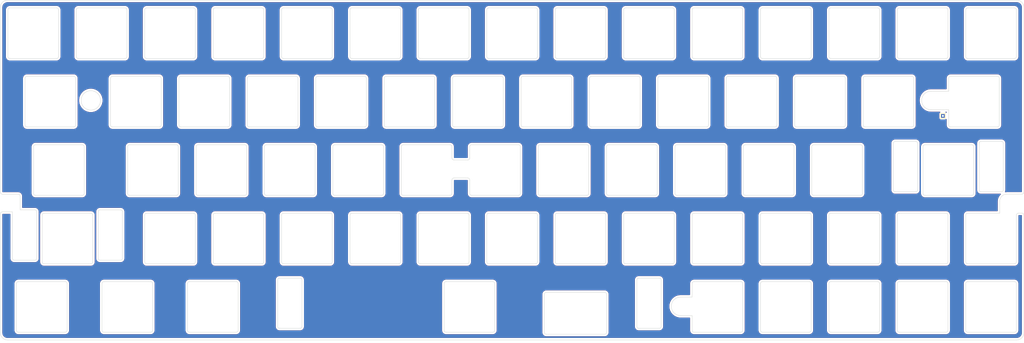
<source format=kicad_pcb>
(kicad_pcb (version 20171130) (host pcbnew 5.1.8)
  (layers (0 F.Cu signal) (31 B.Cu signal) (34 B.Paste user) (35 F.Paste user) (36 B.SilkS user) (37 F.SilkS user) (38 B.Mask user) (39 F.Mask user) (44 Edge.Cuts user))
  (net 0 "")
  (module TestPoint:TestPoint_THTPad_1.0x1.0mm_Drill0.5mm (layer F.Cu) (at 324.73 96.84)
    (fp_text reference REF** hide)
    (fp_text value TestPoint_THTPad_1.0x1.0mm_Drill0.5mm hide)
    (pad 1 thru_hole rect (at 0 0) (size 1 1) (drill 0.5) (layers *.Cu *.Mask))
  )
  (gr_arc (start 214.32 157.09) (end 214.32 157.64) (angle 90) (layer Edge.Cuts) (width 0.1))
  (gr_arc (start 214.32 146.52) (end 213.77 146.52) (angle 90) (layer Edge.Cuts) (width 0.1))
  (gr_arc (start 230.55 146.52) (end 230.55 145.97) (angle 90) (layer Edge.Cuts) (width 0.1))
  (gr_arc (start 230.55 157.09) (end 231.1 157.09) (angle 90) (layer Edge.Cuts) (width 0.1))
  (gr_line (start 213.77 157.09) (end 213.77 146.52) (layer Edge.Cuts) (width 0.1))
  (gr_line (start 230.55 157.64) (end 214.32 157.64) (layer Edge.Cuts) (width 0.1))
  (gr_line (start 231.1 146.52) (end 231.1 157.09) (layer Edge.Cuts) (width 0.1))
  (gr_line (start 214.32 145.97) (end 230.55 145.97) (layer Edge.Cuts) (width 0.1))
  (gr_arc (start 342.56 120.61) (end 342.56 118.609976) (angle -90) (layer Edge.Cuts) (width 0.1))
  (gr_line (start 346.74 123.91) (end 345.75 123.91) (layer Edge.Cuts) (width 0.1))
  (gr_line (start 326.3375 99.37) (end 326.3375 95.12) (layer Edge.Cuts) (width 0.1))
  (gr_line (start 321.4 95.120019) (end 326.3375 95.12) (layer Edge.Cuts) (width 0.1))
  (gr_arc (start 321.4 92.54) (end 321.4 89.959981) (angle -180) (layer Edge.Cuts) (width 0.1))
  (gr_line (start 321.4 89.959981) (end 326.3375 89.96) (layer Edge.Cuts) (width 0.1))
  (gr_arc (start 192.44 108.57) (end 192.99 108.57) (angle 90) (layer Edge.Cuts) (width 0.1))
  (gr_arc (start 192.4375 114.67) (end 192.4375 114.12) (angle 90) (layer Edge.Cuts) (width 0.1))
  (gr_line (start 254.9 143.52) (end 254.9 147.28) (layer Edge.Cuts) (width 0.1))
  (gr_arc (start 251.7 149.86) (end 251.7 147.279981) (angle -180) (layer Edge.Cuts) (width 0.1))
  (gr_line (start 251.7 152.440019) (end 254.9 152.44) (layer Edge.Cuts) (width 0.1))
  (gr_line (start 251.7 147.279981) (end 254.9 147.28) (layer Edge.Cuts) (width 0.1))
  (gr_line (start 340.559976 120.61) (end 340.56 123.92) (layer Edge.Cuts) (width 0.1))
  (gr_arc (start 188.59 114.6725) (end 188.04 114.6725) (angle 90) (layer Edge.Cuts) (width 0.1))
  (gr_arc (start 188.5925 108.57) (end 188.5925 109.12) (angle 90) (layer Edge.Cuts) (width 0.1))
  (gr_line (start 192.9875 114.67) (end 192.9875 118.42) (layer Edge.Cuts) (width 0.1))
  (gr_line (start 188.0375 114.67) (end 188.0375 118.42) (layer Edge.Cuts) (width 0.1))
  (gr_line (start 192.4375 114.12) (end 188.59 114.12) (layer Edge.Cuts) (width 0.1))
  (gr_line (start 192.44 109.12) (end 188.5925 109.12) (layer Edge.Cuts) (width 0.1))
  (gr_arc (start 346.74 124.46) (end 346.74 123.91) (angle 90) (layer Edge.Cuts) (width 0.1))
  (gr_arc (start 346.74 118.06) (end 347.29 118.06) (angle 90) (layer Edge.Cuts) (width 0.1))
  (gr_line (start 342.56 118.609976) (end 346.74 118.61) (layer Edge.Cuts) (width 0.1))
  (gr_circle (center 87.4893 92.5208) (end 90.1893 92.5208) (layer Edge.Cuts) (width 0.1))
  (gr_arc (start 67.25 119.175) (end 67.25 118.625) (angle 90) (layer Edge.Cuts) (width 0.1))
  (gr_arc (start 62.84 124.12) (end 62.29 124.12) (angle 90) (layer Edge.Cuts) (width 0.1))
  (gr_arc (start 62.84 118.075) (end 62.84 118.625) (angle 90) (layer Edge.Cuts) (width 0.1))
  (gr_line (start 65.66575 123.57) (end 62.84 123.57) (layer Edge.Cuts) (width 0.1))
  (gr_line (start 67.8 119.175) (end 67.8 123) (layer Edge.Cuts) (width 0.1))
  (gr_line (start 62.84 118.625) (end 67.25 118.625) (layer Edge.Cuts) (width 0.1))
  (gr_line (start 246.28331 155.49468) (end 246.28331 142.49468) (layer Edge.Cuts) (width 0.1))
  (gr_line (start 245.78331 141.99468) (end 240.03331 141.99468) (layer Edge.Cuts) (width 0.1))
  (gr_arc (start 245.78331 142.49468) (end 246.28331 142.49468) (angle -90) (layer Edge.Cuts) (width 0.1))
  (gr_line (start 145.78331 155.99468) (end 140.03331 155.99468) (layer Edge.Cuts) (width 0.1))
  (gr_line (start 139.53331 155.49468) (end 139.53331 142.49468) (layer Edge.Cuts) (width 0.1))
  (gr_arc (start 145.78331 142.49468) (end 146.28331 142.49468) (angle -90) (layer Edge.Cuts) (width 0.1))
  (gr_arc (start 140.03331 142.49468) (end 140.03331 141.99468) (angle -90) (layer Edge.Cuts) (width 0.1))
  (gr_arc (start 145.78331 155.49468) (end 145.78331 155.99468) (angle -90) (layer Edge.Cuts) (width 0.1))
  (gr_arc (start 140.03331 155.49468) (end 139.53331 155.49468) (angle -90) (layer Edge.Cuts) (width 0.1))
  (gr_line (start 245.78331 155.99468) (end 240.03331 155.99468) (layer Edge.Cuts) (width 0.1))
  (gr_arc (start 240.03331 142.49468) (end 240.03331 141.99468) (angle -90) (layer Edge.Cuts) (width 0.1))
  (gr_line (start 146.28331 155.49468) (end 146.28331 142.49468) (layer Edge.Cuts) (width 0.1))
  (gr_line (start 239.53331 155.49468) (end 239.53331 142.49468) (layer Edge.Cuts) (width 0.1))
  (gr_arc (start 245.78331 155.49468) (end 245.78331 155.99468) (angle -90) (layer Edge.Cuts) (width 0.1))
  (gr_line (start 145.78331 141.99468) (end 140.03331 141.99468) (layer Edge.Cuts) (width 0.1))
  (gr_arc (start 240.03331 155.49468) (end 239.53331 155.49468) (angle -90) (layer Edge.Cuts) (width 0.1))
  (gr_arc (start 341.06675 117.455) (end 341.06675 117.955) (angle -90) (layer Edge.Cuts) (width 0.1))
  (gr_arc (start 341.06675 104.455) (end 341.56675 104.455) (angle -90) (layer Edge.Cuts) (width 0.1))
  (gr_line (start 317.69075 117.455) (end 317.69075 104.455) (layer Edge.Cuts) (width 0.1))
  (gr_arc (start 335.31675 104.455) (end 335.31675 103.955) (angle -90) (layer Edge.Cuts) (width 0.1))
  (gr_line (start 341.56675 117.455) (end 341.56675 104.455) (layer Edge.Cuts) (width 0.1))
  (gr_line (start 334.81675 117.455) (end 334.81675 104.455) (layer Edge.Cuts) (width 0.1))
  (gr_arc (start 317.19075 117.455) (end 317.19075 117.955) (angle -90) (layer Edge.Cuts) (width 0.1))
  (gr_arc (start 311.44075 117.455) (end 310.94075 117.455) (angle -90) (layer Edge.Cuts) (width 0.1))
  (gr_arc (start 311.44075 104.455) (end 311.44075 103.955) (angle -90) (layer Edge.Cuts) (width 0.1))
  (gr_line (start 317.19075 117.955) (end 311.44075 117.955) (layer Edge.Cuts) (width 0.1))
  (gr_line (start 341.06675 103.955) (end 335.31675 103.955) (layer Edge.Cuts) (width 0.1))
  (gr_line (start 341.06675 117.955) (end 335.31675 117.955) (layer Edge.Cuts) (width 0.1))
  (gr_arc (start 335.31675 117.455) (end 334.81675 117.455) (angle -90) (layer Edge.Cuts) (width 0.1))
  (gr_line (start 317.19075 103.955) (end 311.44075 103.955) (layer Edge.Cuts) (width 0.1))
  (gr_arc (start 317.19075 104.455) (end 317.69075 104.455) (angle -90) (layer Edge.Cuts) (width 0.1))
  (gr_line (start 310.94075 117.455) (end 310.94075 104.455) (layer Edge.Cuts) (width 0.1))
  (gr_line (start 65.66575 136.505) (end 65.66575 123.57) (layer Edge.Cuts) (width 0.1))
  (gr_arc (start 95.79175 136.505) (end 95.79175 137.005) (angle -90) (layer Edge.Cuts) (width 0.1))
  (gr_arc (start 90.04175 123.505) (end 90.04175 123.005) (angle -90) (layer Edge.Cuts) (width 0.1))
  (gr_line (start 96.29175 136.505) (end 96.29175 123.505) (layer Edge.Cuts) (width 0.1))
  (gr_line (start 89.54175 136.505) (end 89.54175 123.505) (layer Edge.Cuts) (width 0.1))
  (gr_arc (start 71.91575 136.505) (end 71.91575 137.005) (angle -90) (layer Edge.Cuts) (width 0.1))
  (gr_line (start 95.79175 123.005) (end 90.04175 123.005) (layer Edge.Cuts) (width 0.1))
  (gr_line (start 95.79175 137.005) (end 90.04175 137.005) (layer Edge.Cuts) (width 0.1))
  (gr_arc (start 90.04175 136.505) (end 89.54175 136.505) (angle -90) (layer Edge.Cuts) (width 0.1))
  (gr_line (start 71.91575 123.005) (end 67.8 123.005) (layer Edge.Cuts) (width 0.1))
  (gr_arc (start 71.91575 123.505) (end 72.41575 123.505) (angle -90) (layer Edge.Cuts) (width 0.1))
  (gr_arc (start 66.16575 136.505) (end 65.66575 136.505) (angle -90) (layer Edge.Cuts) (width 0.1))
  (gr_line (start 72.41575 136.505) (end 72.41575 123.505) (layer Edge.Cuts) (width 0.1))
  (gr_arc (start 95.79175 123.505) (end 96.29175 123.505) (angle -90) (layer Edge.Cuts) (width 0.1))
  (gr_line (start 71.91575 137.005) (end 66.16575 137.005) (layer Edge.Cuts) (width 0.1))
  (gr_arc (start 64.95 80.32) (end 64.95 80.87) (angle 90) (layer Edge.Cuts) (width 0.1))
  (gr_arc (start 77.95 80.32) (end 78.5 80.32) (angle 90) (layer Edge.Cuts) (width 0.1))
  (gr_arc (start 77.95 67.32) (end 77.95 66.77) (angle 90) (layer Edge.Cuts) (width 0.1))
  (gr_arc (start 64.95 67.32) (end 64.4 67.32) (angle 90) (layer Edge.Cuts) (width 0.1))
  (gr_line (start 78.5 67.32) (end 78.5 80.32) (layer Edge.Cuts) (width 0.1))
  (gr_line (start 64.4 67.32) (end 64.4 80.32) (layer Edge.Cuts) (width 0.1))
  (gr_line (start 64.95 80.87) (end 77.95 80.87) (layer Edge.Cuts) (width 0.1))
  (gr_line (start 64.95 66.77) (end 77.95 66.77) (layer Edge.Cuts) (width 0.1))
  (gr_arc (start 84 80.32) (end 84 80.87) (angle 90) (layer Edge.Cuts) (width 0.1))
  (gr_arc (start 97 80.32) (end 97.55 80.32) (angle 90) (layer Edge.Cuts) (width 0.1))
  (gr_arc (start 97 67.32) (end 97 66.77) (angle 90) (layer Edge.Cuts) (width 0.1))
  (gr_arc (start 84 67.32) (end 83.45 67.32) (angle 90) (layer Edge.Cuts) (width 0.1))
  (gr_line (start 97.55 67.32) (end 97.55 80.32) (layer Edge.Cuts) (width 0.1))
  (gr_line (start 83.45 67.32) (end 83.45 80.32) (layer Edge.Cuts) (width 0.1))
  (gr_line (start 84 80.87) (end 97 80.87) (layer Edge.Cuts) (width 0.1))
  (gr_line (start 84 66.77) (end 97 66.77) (layer Edge.Cuts) (width 0.1))
  (gr_arc (start 103.05 80.32) (end 103.05 80.87) (angle 90) (layer Edge.Cuts) (width 0.1))
  (gr_arc (start 116.05 80.32) (end 116.6 80.32) (angle 90) (layer Edge.Cuts) (width 0.1))
  (gr_arc (start 116.05 67.32) (end 116.05 66.77) (angle 90) (layer Edge.Cuts) (width 0.1))
  (gr_arc (start 103.05 67.32) (end 102.5 67.32) (angle 90) (layer Edge.Cuts) (width 0.1))
  (gr_line (start 116.6 67.32) (end 116.6 80.32) (layer Edge.Cuts) (width 0.1))
  (gr_line (start 102.5 67.32) (end 102.5 80.32) (layer Edge.Cuts) (width 0.1))
  (gr_line (start 103.05 80.87) (end 116.05 80.87) (layer Edge.Cuts) (width 0.1))
  (gr_line (start 103.05 66.77) (end 116.05 66.77) (layer Edge.Cuts) (width 0.1))
  (gr_arc (start 122.1 80.32) (end 122.1 80.87) (angle 90) (layer Edge.Cuts) (width 0.1))
  (gr_arc (start 135.1 80.32) (end 135.65 80.32) (angle 90) (layer Edge.Cuts) (width 0.1))
  (gr_arc (start 135.1 67.32) (end 135.1 66.77) (angle 90) (layer Edge.Cuts) (width 0.1))
  (gr_arc (start 122.1 67.32) (end 121.55 67.32) (angle 90) (layer Edge.Cuts) (width 0.1))
  (gr_line (start 135.65 67.32) (end 135.65 80.32) (layer Edge.Cuts) (width 0.1))
  (gr_line (start 121.55 67.32) (end 121.55 80.32) (layer Edge.Cuts) (width 0.1))
  (gr_line (start 122.1 80.87) (end 135.1 80.87) (layer Edge.Cuts) (width 0.1))
  (gr_line (start 122.1 66.77) (end 135.1 66.77) (layer Edge.Cuts) (width 0.1))
  (gr_arc (start 141.15 80.32) (end 141.15 80.87) (angle 90) (layer Edge.Cuts) (width 0.1))
  (gr_arc (start 154.15 80.32) (end 154.7 80.32) (angle 90) (layer Edge.Cuts) (width 0.1))
  (gr_arc (start 154.15 67.32) (end 154.15 66.77) (angle 90) (layer Edge.Cuts) (width 0.1))
  (gr_arc (start 141.15 67.32) (end 140.6 67.32) (angle 90) (layer Edge.Cuts) (width 0.1))
  (gr_line (start 154.7 67.32) (end 154.7 80.32) (layer Edge.Cuts) (width 0.1))
  (gr_line (start 140.6 67.32) (end 140.6 80.32) (layer Edge.Cuts) (width 0.1))
  (gr_line (start 141.15 80.87) (end 154.15 80.87) (layer Edge.Cuts) (width 0.1))
  (gr_line (start 141.15 66.77) (end 154.15 66.77) (layer Edge.Cuts) (width 0.1))
  (gr_arc (start 160.2 80.32) (end 160.2 80.87) (angle 90) (layer Edge.Cuts) (width 0.1))
  (gr_arc (start 173.2 80.32) (end 173.75 80.32) (angle 90) (layer Edge.Cuts) (width 0.1))
  (gr_arc (start 173.2 67.32) (end 173.2 66.77) (angle 90) (layer Edge.Cuts) (width 0.1))
  (gr_arc (start 160.2 67.32) (end 159.65 67.32) (angle 90) (layer Edge.Cuts) (width 0.1))
  (gr_line (start 173.75 67.32) (end 173.75 80.32) (layer Edge.Cuts) (width 0.1))
  (gr_line (start 159.65 67.32) (end 159.65 80.32) (layer Edge.Cuts) (width 0.1))
  (gr_line (start 160.2 80.87) (end 173.2 80.87) (layer Edge.Cuts) (width 0.1))
  (gr_line (start 160.2 66.77) (end 173.2 66.77) (layer Edge.Cuts) (width 0.1))
  (gr_arc (start 179.25 80.32) (end 179.25 80.87) (angle 90) (layer Edge.Cuts) (width 0.1))
  (gr_arc (start 192.25 80.32) (end 192.8 80.32) (angle 90) (layer Edge.Cuts) (width 0.1))
  (gr_arc (start 192.25 67.32) (end 192.25 66.77) (angle 90) (layer Edge.Cuts) (width 0.1))
  (gr_arc (start 179.25 67.32) (end 178.7 67.32) (angle 90) (layer Edge.Cuts) (width 0.1))
  (gr_line (start 192.8 67.32) (end 192.8 80.32) (layer Edge.Cuts) (width 0.1))
  (gr_line (start 178.7 67.32) (end 178.7 80.32) (layer Edge.Cuts) (width 0.1))
  (gr_line (start 179.25 80.87) (end 192.25 80.87) (layer Edge.Cuts) (width 0.1))
  (gr_line (start 179.25 66.77) (end 192.25 66.77) (layer Edge.Cuts) (width 0.1))
  (gr_arc (start 198.3 80.32) (end 198.3 80.87) (angle 90) (layer Edge.Cuts) (width 0.1))
  (gr_arc (start 211.3 80.32) (end 211.85 80.32) (angle 90) (layer Edge.Cuts) (width 0.1))
  (gr_arc (start 211.3 67.32) (end 211.3 66.77) (angle 90) (layer Edge.Cuts) (width 0.1))
  (gr_arc (start 198.3 67.32) (end 197.75 67.32) (angle 90) (layer Edge.Cuts) (width 0.1))
  (gr_line (start 211.85 67.32) (end 211.85 80.32) (layer Edge.Cuts) (width 0.1))
  (gr_line (start 197.75 67.32) (end 197.75 80.32) (layer Edge.Cuts) (width 0.1))
  (gr_line (start 198.3 80.87) (end 211.3 80.87) (layer Edge.Cuts) (width 0.1))
  (gr_line (start 198.3 66.77) (end 211.3 66.77) (layer Edge.Cuts) (width 0.1))
  (gr_arc (start 217.35 80.32) (end 217.35 80.87) (angle 90) (layer Edge.Cuts) (width 0.1))
  (gr_arc (start 230.35 80.32) (end 230.9 80.32) (angle 90) (layer Edge.Cuts) (width 0.1))
  (gr_arc (start 230.35 67.32) (end 230.35 66.77) (angle 90) (layer Edge.Cuts) (width 0.1))
  (gr_arc (start 217.35 67.32) (end 216.8 67.32) (angle 90) (layer Edge.Cuts) (width 0.1))
  (gr_line (start 230.9 67.32) (end 230.9 80.32) (layer Edge.Cuts) (width 0.1))
  (gr_line (start 216.8 67.32) (end 216.8 80.32) (layer Edge.Cuts) (width 0.1))
  (gr_line (start 217.35 80.87) (end 230.35 80.87) (layer Edge.Cuts) (width 0.1))
  (gr_line (start 217.35 66.77) (end 230.35 66.77) (layer Edge.Cuts) (width 0.1))
  (gr_arc (start 236.4 80.32) (end 236.4 80.87) (angle 90) (layer Edge.Cuts) (width 0.1))
  (gr_arc (start 249.4 80.32) (end 249.95 80.32) (angle 90) (layer Edge.Cuts) (width 0.1))
  (gr_arc (start 249.4 67.32) (end 249.4 66.77) (angle 90) (layer Edge.Cuts) (width 0.1))
  (gr_arc (start 236.4 67.32) (end 235.85 67.32) (angle 90) (layer Edge.Cuts) (width 0.1))
  (gr_line (start 249.95 67.32) (end 249.95 80.32) (layer Edge.Cuts) (width 0.1))
  (gr_line (start 235.85 67.32) (end 235.85 80.32) (layer Edge.Cuts) (width 0.1))
  (gr_line (start 236.4 80.87) (end 249.4 80.87) (layer Edge.Cuts) (width 0.1))
  (gr_line (start 236.4 66.77) (end 249.4 66.77) (layer Edge.Cuts) (width 0.1))
  (gr_arc (start 255.45 80.32) (end 255.45 80.87) (angle 90) (layer Edge.Cuts) (width 0.1))
  (gr_arc (start 268.45 80.32) (end 269 80.32) (angle 90) (layer Edge.Cuts) (width 0.1))
  (gr_arc (start 268.45 67.32) (end 268.45 66.77) (angle 90) (layer Edge.Cuts) (width 0.1))
  (gr_arc (start 255.45 67.32) (end 254.9 67.32) (angle 90) (layer Edge.Cuts) (width 0.1))
  (gr_line (start 269 67.32) (end 269 80.32) (layer Edge.Cuts) (width 0.1))
  (gr_line (start 254.9 67.32) (end 254.9 80.32) (layer Edge.Cuts) (width 0.1))
  (gr_line (start 255.45 80.87) (end 268.45 80.87) (layer Edge.Cuts) (width 0.1))
  (gr_line (start 255.45 66.77) (end 268.45 66.77) (layer Edge.Cuts) (width 0.1))
  (gr_arc (start 274.5 80.32) (end 274.5 80.87) (angle 90) (layer Edge.Cuts) (width 0.1))
  (gr_arc (start 287.5 80.32) (end 288.05 80.32) (angle 90) (layer Edge.Cuts) (width 0.1))
  (gr_arc (start 287.5 67.32) (end 287.5 66.77) (angle 90) (layer Edge.Cuts) (width 0.1))
  (gr_arc (start 274.5 67.32) (end 273.95 67.32) (angle 90) (layer Edge.Cuts) (width 0.1))
  (gr_line (start 288.05 67.32) (end 288.05 80.32) (layer Edge.Cuts) (width 0.1))
  (gr_line (start 273.95 67.32) (end 273.95 80.32) (layer Edge.Cuts) (width 0.1))
  (gr_line (start 274.5 80.87) (end 287.5 80.87) (layer Edge.Cuts) (width 0.1))
  (gr_line (start 274.5 66.77) (end 287.5 66.77) (layer Edge.Cuts) (width 0.1))
  (gr_arc (start 293.55 80.32) (end 293.55 80.87) (angle 90) (layer Edge.Cuts) (width 0.1))
  (gr_arc (start 306.55 80.32) (end 307.1 80.32) (angle 90) (layer Edge.Cuts) (width 0.1))
  (gr_arc (start 306.55 67.32) (end 306.55 66.77) (angle 90) (layer Edge.Cuts) (width 0.1))
  (gr_arc (start 293.55 67.32) (end 293 67.32) (angle 90) (layer Edge.Cuts) (width 0.1))
  (gr_line (start 307.1 67.32) (end 307.1 80.32) (layer Edge.Cuts) (width 0.1))
  (gr_line (start 293 67.32) (end 293 80.32) (layer Edge.Cuts) (width 0.1))
  (gr_line (start 293.55 80.87) (end 306.55 80.87) (layer Edge.Cuts) (width 0.1))
  (gr_line (start 293.55 66.77) (end 306.55 66.77) (layer Edge.Cuts) (width 0.1))
  (gr_arc (start 312.6 80.32) (end 312.6 80.87) (angle 90) (layer Edge.Cuts) (width 0.1))
  (gr_arc (start 325.6 80.32) (end 326.15 80.32) (angle 90) (layer Edge.Cuts) (width 0.1))
  (gr_arc (start 325.6 67.32) (end 325.6 66.77) (angle 90) (layer Edge.Cuts) (width 0.1))
  (gr_arc (start 312.6 67.32) (end 312.05 67.32) (angle 90) (layer Edge.Cuts) (width 0.1))
  (gr_line (start 326.15 67.32) (end 326.15 80.32) (layer Edge.Cuts) (width 0.1))
  (gr_line (start 312.05 67.32) (end 312.05 80.32) (layer Edge.Cuts) (width 0.1))
  (gr_line (start 312.6 80.87) (end 325.6 80.87) (layer Edge.Cuts) (width 0.1))
  (gr_line (start 312.6 66.77) (end 325.6 66.77) (layer Edge.Cuts) (width 0.1))
  (gr_arc (start 331.65 80.32) (end 331.65 80.87) (angle 90) (layer Edge.Cuts) (width 0.1))
  (gr_arc (start 344.65 80.32) (end 345.2 80.32) (angle 90) (layer Edge.Cuts) (width 0.1))
  (gr_arc (start 344.65 67.32) (end 344.65 66.77) (angle 90) (layer Edge.Cuts) (width 0.1))
  (gr_arc (start 331.65 67.32) (end 331.1 67.32) (angle 90) (layer Edge.Cuts) (width 0.1))
  (gr_line (start 345.2 67.32) (end 345.2 80.32) (layer Edge.Cuts) (width 0.1))
  (gr_line (start 331.1 67.32) (end 331.1 80.32) (layer Edge.Cuts) (width 0.1))
  (gr_line (start 331.65 80.87) (end 344.65 80.87) (layer Edge.Cuts) (width 0.1))
  (gr_line (start 331.65 66.77) (end 344.65 66.77) (layer Edge.Cuts) (width 0.1))
  (gr_arc (start 69.7125 99.37) (end 69.7125 99.92) (angle 90) (layer Edge.Cuts) (width 0.1))
  (gr_arc (start 82.7125 99.37) (end 83.2625 99.37) (angle 90) (layer Edge.Cuts) (width 0.1))
  (gr_arc (start 82.7125 86.37) (end 82.7125 85.82) (angle 90) (layer Edge.Cuts) (width 0.1))
  (gr_arc (start 69.7125 86.37) (end 69.1625 86.37) (angle 90) (layer Edge.Cuts) (width 0.1))
  (gr_line (start 83.2625 86.37) (end 83.2625 99.37) (layer Edge.Cuts) (width 0.1))
  (gr_line (start 69.1625 86.37) (end 69.1625 99.37) (layer Edge.Cuts) (width 0.1))
  (gr_line (start 69.7125 99.92) (end 82.7125 99.92) (layer Edge.Cuts) (width 0.1))
  (gr_line (start 69.7125 85.82) (end 82.7125 85.82) (layer Edge.Cuts) (width 0.1))
  (gr_arc (start 93.525 99.37) (end 93.525 99.92) (angle 90) (layer Edge.Cuts) (width 0.1))
  (gr_arc (start 106.525 99.37) (end 107.075 99.37) (angle 90) (layer Edge.Cuts) (width 0.1))
  (gr_arc (start 106.525 86.37) (end 106.525 85.82) (angle 90) (layer Edge.Cuts) (width 0.1))
  (gr_arc (start 93.525 86.37) (end 92.975 86.37) (angle 90) (layer Edge.Cuts) (width 0.1))
  (gr_line (start 107.075 86.37) (end 107.075 99.37) (layer Edge.Cuts) (width 0.1))
  (gr_line (start 92.975 86.37) (end 92.975 99.37) (layer Edge.Cuts) (width 0.1))
  (gr_line (start 93.525 99.92) (end 106.525 99.92) (layer Edge.Cuts) (width 0.1))
  (gr_line (start 93.525 85.82) (end 106.525 85.82) (layer Edge.Cuts) (width 0.1))
  (gr_arc (start 112.575 99.37) (end 112.575 99.92) (angle 90) (layer Edge.Cuts) (width 0.1))
  (gr_arc (start 125.575 99.37) (end 126.125 99.37) (angle 90) (layer Edge.Cuts) (width 0.1))
  (gr_arc (start 125.575 86.37) (end 125.575 85.82) (angle 90) (layer Edge.Cuts) (width 0.1))
  (gr_arc (start 112.575 86.37) (end 112.025 86.37) (angle 90) (layer Edge.Cuts) (width 0.1))
  (gr_line (start 126.125 86.37) (end 126.125 99.37) (layer Edge.Cuts) (width 0.1))
  (gr_line (start 112.025 86.37) (end 112.025 99.37) (layer Edge.Cuts) (width 0.1))
  (gr_line (start 112.575 99.92) (end 125.575 99.92) (layer Edge.Cuts) (width 0.1))
  (gr_line (start 112.575 85.82) (end 125.575 85.82) (layer Edge.Cuts) (width 0.1))
  (gr_arc (start 131.625 99.37) (end 131.625 99.92) (angle 90) (layer Edge.Cuts) (width 0.1))
  (gr_arc (start 144.625 99.37) (end 145.175 99.37) (angle 90) (layer Edge.Cuts) (width 0.1))
  (gr_arc (start 144.625 86.37) (end 144.625 85.82) (angle 90) (layer Edge.Cuts) (width 0.1))
  (gr_arc (start 131.625 86.37) (end 131.075 86.37) (angle 90) (layer Edge.Cuts) (width 0.1))
  (gr_line (start 145.175 86.37) (end 145.175 99.37) (layer Edge.Cuts) (width 0.1))
  (gr_line (start 131.075 86.37) (end 131.075 99.37) (layer Edge.Cuts) (width 0.1))
  (gr_line (start 131.625 99.92) (end 144.625 99.92) (layer Edge.Cuts) (width 0.1))
  (gr_line (start 131.625 85.82) (end 144.625 85.82) (layer Edge.Cuts) (width 0.1))
  (gr_arc (start 150.675 99.37) (end 150.675 99.92) (angle 90) (layer Edge.Cuts) (width 0.1))
  (gr_arc (start 163.675 99.37) (end 164.225 99.37) (angle 90) (layer Edge.Cuts) (width 0.1))
  (gr_arc (start 163.675 86.37) (end 163.675 85.82) (angle 90) (layer Edge.Cuts) (width 0.1))
  (gr_arc (start 150.675 86.37) (end 150.125 86.37) (angle 90) (layer Edge.Cuts) (width 0.1))
  (gr_line (start 164.225 86.37) (end 164.225 99.37) (layer Edge.Cuts) (width 0.1))
  (gr_line (start 150.125 86.37) (end 150.125 99.37) (layer Edge.Cuts) (width 0.1))
  (gr_line (start 150.675 99.92) (end 163.675 99.92) (layer Edge.Cuts) (width 0.1))
  (gr_line (start 150.675 85.82) (end 163.675 85.82) (layer Edge.Cuts) (width 0.1))
  (gr_arc (start 169.725 99.37) (end 169.725 99.92) (angle 90) (layer Edge.Cuts) (width 0.1))
  (gr_arc (start 182.725 99.37) (end 183.275 99.37) (angle 90) (layer Edge.Cuts) (width 0.1))
  (gr_arc (start 182.725 86.37) (end 182.725 85.82) (angle 90) (layer Edge.Cuts) (width 0.1))
  (gr_arc (start 169.725 86.37) (end 169.175 86.37) (angle 90) (layer Edge.Cuts) (width 0.1))
  (gr_line (start 183.275 86.37) (end 183.275 99.37) (layer Edge.Cuts) (width 0.1))
  (gr_line (start 169.175 86.37) (end 169.175 99.37) (layer Edge.Cuts) (width 0.1))
  (gr_line (start 169.725 99.92) (end 182.725 99.92) (layer Edge.Cuts) (width 0.1))
  (gr_line (start 169.725 85.82) (end 182.725 85.82) (layer Edge.Cuts) (width 0.1))
  (gr_arc (start 188.775 99.37) (end 188.775 99.92) (angle 90) (layer Edge.Cuts) (width 0.1))
  (gr_arc (start 201.775 99.37) (end 202.325 99.37) (angle 90) (layer Edge.Cuts) (width 0.1))
  (gr_arc (start 201.775 86.37) (end 201.775 85.82) (angle 90) (layer Edge.Cuts) (width 0.1))
  (gr_arc (start 188.775 86.37) (end 188.225 86.37) (angle 90) (layer Edge.Cuts) (width 0.1))
  (gr_line (start 202.325 86.37) (end 202.325 99.37) (layer Edge.Cuts) (width 0.1))
  (gr_line (start 188.225 86.37) (end 188.225 99.37) (layer Edge.Cuts) (width 0.1))
  (gr_line (start 188.775 99.92) (end 201.775 99.92) (layer Edge.Cuts) (width 0.1))
  (gr_line (start 188.775 85.82) (end 201.775 85.82) (layer Edge.Cuts) (width 0.1))
  (gr_arc (start 207.825 99.37) (end 207.825 99.92) (angle 90) (layer Edge.Cuts) (width 0.1))
  (gr_arc (start 220.825 99.37) (end 221.375 99.37) (angle 90) (layer Edge.Cuts) (width 0.1))
  (gr_arc (start 220.825 86.37) (end 220.825 85.82) (angle 90) (layer Edge.Cuts) (width 0.1))
  (gr_arc (start 207.825 86.37) (end 207.275 86.37) (angle 90) (layer Edge.Cuts) (width 0.1))
  (gr_line (start 221.375 86.37) (end 221.375 99.37) (layer Edge.Cuts) (width 0.1))
  (gr_line (start 207.275 86.37) (end 207.275 99.37) (layer Edge.Cuts) (width 0.1))
  (gr_line (start 207.825 99.92) (end 220.825 99.92) (layer Edge.Cuts) (width 0.1))
  (gr_line (start 207.825 85.82) (end 220.825 85.82) (layer Edge.Cuts) (width 0.1))
  (gr_arc (start 226.875 99.37) (end 226.875 99.92) (angle 90) (layer Edge.Cuts) (width 0.1))
  (gr_arc (start 239.875 99.37) (end 240.425 99.37) (angle 90) (layer Edge.Cuts) (width 0.1))
  (gr_arc (start 239.875 86.37) (end 239.875 85.82) (angle 90) (layer Edge.Cuts) (width 0.1))
  (gr_arc (start 226.875 86.37) (end 226.325 86.37) (angle 90) (layer Edge.Cuts) (width 0.1))
  (gr_line (start 240.425 86.37) (end 240.425 99.37) (layer Edge.Cuts) (width 0.1))
  (gr_line (start 226.325 86.37) (end 226.325 99.37) (layer Edge.Cuts) (width 0.1))
  (gr_line (start 226.875 99.92) (end 239.875 99.92) (layer Edge.Cuts) (width 0.1))
  (gr_line (start 226.875 85.82) (end 239.875 85.82) (layer Edge.Cuts) (width 0.1))
  (gr_arc (start 245.925 99.37) (end 245.925 99.92) (angle 90) (layer Edge.Cuts) (width 0.1))
  (gr_arc (start 258.925 99.37) (end 259.475 99.37) (angle 90) (layer Edge.Cuts) (width 0.1))
  (gr_arc (start 258.925 86.37) (end 258.925 85.82) (angle 90) (layer Edge.Cuts) (width 0.1))
  (gr_arc (start 245.925 86.37) (end 245.375 86.37) (angle 90) (layer Edge.Cuts) (width 0.1))
  (gr_line (start 259.475 86.37) (end 259.475 99.37) (layer Edge.Cuts) (width 0.1))
  (gr_line (start 245.375 86.37) (end 245.375 99.37) (layer Edge.Cuts) (width 0.1))
  (gr_line (start 245.925 99.92) (end 258.925 99.92) (layer Edge.Cuts) (width 0.1))
  (gr_line (start 245.925 85.82) (end 258.925 85.82) (layer Edge.Cuts) (width 0.1))
  (gr_arc (start 264.975 99.37) (end 264.975 99.92) (angle 90) (layer Edge.Cuts) (width 0.1))
  (gr_arc (start 277.975 99.37) (end 278.525 99.37) (angle 90) (layer Edge.Cuts) (width 0.1))
  (gr_arc (start 277.975 86.37) (end 277.975 85.82) (angle 90) (layer Edge.Cuts) (width 0.1))
  (gr_arc (start 264.975 86.37) (end 264.425 86.37) (angle 90) (layer Edge.Cuts) (width 0.1))
  (gr_line (start 278.525 86.37) (end 278.525 99.37) (layer Edge.Cuts) (width 0.1))
  (gr_line (start 264.425 86.37) (end 264.425 99.37) (layer Edge.Cuts) (width 0.1))
  (gr_line (start 264.975 99.92) (end 277.975 99.92) (layer Edge.Cuts) (width 0.1))
  (gr_line (start 264.975 85.82) (end 277.975 85.82) (layer Edge.Cuts) (width 0.1))
  (gr_arc (start 284.025 99.37) (end 284.025 99.92) (angle 90) (layer Edge.Cuts) (width 0.1))
  (gr_arc (start 297.025 99.37) (end 297.575 99.37) (angle 90) (layer Edge.Cuts) (width 0.1))
  (gr_arc (start 297.025 86.37) (end 297.025 85.82) (angle 90) (layer Edge.Cuts) (width 0.1))
  (gr_arc (start 284.025 86.37) (end 283.475 86.37) (angle 90) (layer Edge.Cuts) (width 0.1))
  (gr_line (start 297.575 86.37) (end 297.575 99.37) (layer Edge.Cuts) (width 0.1))
  (gr_line (start 283.475 86.37) (end 283.475 99.37) (layer Edge.Cuts) (width 0.1))
  (gr_line (start 284.025 99.92) (end 297.025 99.92) (layer Edge.Cuts) (width 0.1))
  (gr_line (start 284.025 85.82) (end 297.025 85.82) (layer Edge.Cuts) (width 0.1))
  (gr_arc (start 303.075 99.37) (end 303.075 99.92) (angle 90) (layer Edge.Cuts) (width 0.1))
  (gr_arc (start 316.075 99.37) (end 316.625 99.37) (angle 90) (layer Edge.Cuts) (width 0.1))
  (gr_arc (start 316.075 86.37) (end 316.075 85.82) (angle 90) (layer Edge.Cuts) (width 0.1))
  (gr_arc (start 303.075 86.37) (end 302.525 86.37) (angle 90) (layer Edge.Cuts) (width 0.1))
  (gr_line (start 316.625 86.37) (end 316.625 99.37) (layer Edge.Cuts) (width 0.1))
  (gr_line (start 302.525 86.37) (end 302.525 99.37) (layer Edge.Cuts) (width 0.1))
  (gr_line (start 303.075 99.92) (end 316.075 99.92) (layer Edge.Cuts) (width 0.1))
  (gr_line (start 303.075 85.82) (end 316.075 85.82) (layer Edge.Cuts) (width 0.1))
  (gr_arc (start 326.8875 99.37) (end 326.8875 99.92) (angle 90) (layer Edge.Cuts) (width 0.1))
  (gr_arc (start 339.8875 99.37) (end 340.4375 99.37) (angle 90) (layer Edge.Cuts) (width 0.1))
  (gr_arc (start 339.8875 86.37) (end 339.8875 85.82) (angle 90) (layer Edge.Cuts) (width 0.1))
  (gr_arc (start 326.8875 86.37) (end 326.3375 86.37) (angle 90) (layer Edge.Cuts) (width 0.1))
  (gr_line (start 340.4375 86.37) (end 340.4375 99.37) (layer Edge.Cuts) (width 0.1))
  (gr_line (start 326.3375 86.37) (end 326.3375 89.96) (layer Edge.Cuts) (width 0.1))
  (gr_line (start 326.8875 99.92) (end 339.8875 99.92) (layer Edge.Cuts) (width 0.1))
  (gr_line (start 326.8875 85.82) (end 339.8875 85.82) (layer Edge.Cuts) (width 0.1))
  (gr_arc (start 72.09375 118.42) (end 72.09375 118.97) (angle 90) (layer Edge.Cuts) (width 0.1))
  (gr_arc (start 85.09375 118.42) (end 85.64375 118.42) (angle 90) (layer Edge.Cuts) (width 0.1))
  (gr_arc (start 85.09375 105.42) (end 85.09375 104.87) (angle 90) (layer Edge.Cuts) (width 0.1))
  (gr_arc (start 72.09375 105.42) (end 71.54375 105.42) (angle 90) (layer Edge.Cuts) (width 0.1))
  (gr_line (start 85.64375 105.42) (end 85.64375 118.42) (layer Edge.Cuts) (width 0.1))
  (gr_line (start 71.54375 105.42) (end 71.54375 118.42) (layer Edge.Cuts) (width 0.1))
  (gr_line (start 72.09375 118.97) (end 85.09375 118.97) (layer Edge.Cuts) (width 0.1))
  (gr_line (start 72.09375 104.87) (end 85.09375 104.87) (layer Edge.Cuts) (width 0.1))
  (gr_arc (start 98.2875 118.42) (end 98.2875 118.97) (angle 90) (layer Edge.Cuts) (width 0.1))
  (gr_arc (start 111.2875 118.42) (end 111.8375 118.42) (angle 90) (layer Edge.Cuts) (width 0.1))
  (gr_arc (start 111.2875 105.42) (end 111.2875 104.87) (angle 90) (layer Edge.Cuts) (width 0.1))
  (gr_arc (start 98.2875 105.42) (end 97.7375 105.42) (angle 90) (layer Edge.Cuts) (width 0.1))
  (gr_line (start 111.8375 105.42) (end 111.8375 118.42) (layer Edge.Cuts) (width 0.1))
  (gr_line (start 97.7375 105.42) (end 97.7375 118.42) (layer Edge.Cuts) (width 0.1))
  (gr_line (start 98.2875 118.97) (end 111.2875 118.97) (layer Edge.Cuts) (width 0.1))
  (gr_line (start 98.2875 104.87) (end 111.2875 104.87) (layer Edge.Cuts) (width 0.1))
  (gr_arc (start 117.3375 118.42) (end 117.3375 118.97) (angle 90) (layer Edge.Cuts) (width 0.1))
  (gr_arc (start 130.3375 118.42) (end 130.8875 118.42) (angle 90) (layer Edge.Cuts) (width 0.1))
  (gr_arc (start 130.3375 105.42) (end 130.3375 104.87) (angle 90) (layer Edge.Cuts) (width 0.1))
  (gr_arc (start 117.3375 105.42) (end 116.7875 105.42) (angle 90) (layer Edge.Cuts) (width 0.1))
  (gr_line (start 130.8875 105.42) (end 130.8875 118.42) (layer Edge.Cuts) (width 0.1))
  (gr_line (start 116.7875 105.42) (end 116.7875 118.42) (layer Edge.Cuts) (width 0.1))
  (gr_line (start 117.3375 118.97) (end 130.3375 118.97) (layer Edge.Cuts) (width 0.1))
  (gr_line (start 117.3375 104.87) (end 130.3375 104.87) (layer Edge.Cuts) (width 0.1))
  (gr_arc (start 136.3875 118.42) (end 136.3875 118.97) (angle 90) (layer Edge.Cuts) (width 0.1))
  (gr_arc (start 149.3875 118.42) (end 149.9375 118.42) (angle 90) (layer Edge.Cuts) (width 0.1))
  (gr_arc (start 149.3875 105.42) (end 149.3875 104.87) (angle 90) (layer Edge.Cuts) (width 0.1))
  (gr_arc (start 136.3875 105.42) (end 135.8375 105.42) (angle 90) (layer Edge.Cuts) (width 0.1))
  (gr_line (start 149.9375 105.42) (end 149.9375 118.42) (layer Edge.Cuts) (width 0.1))
  (gr_line (start 135.8375 105.42) (end 135.8375 118.42) (layer Edge.Cuts) (width 0.1))
  (gr_line (start 136.3875 118.97) (end 149.3875 118.97) (layer Edge.Cuts) (width 0.1))
  (gr_line (start 136.3875 104.87) (end 149.3875 104.87) (layer Edge.Cuts) (width 0.1))
  (gr_arc (start 155.4375 118.42) (end 155.4375 118.97) (angle 90) (layer Edge.Cuts) (width 0.1))
  (gr_arc (start 168.4375 118.42) (end 168.9875 118.42) (angle 90) (layer Edge.Cuts) (width 0.1))
  (gr_arc (start 168.4375 105.42) (end 168.4375 104.87) (angle 90) (layer Edge.Cuts) (width 0.1))
  (gr_arc (start 155.4375 105.42) (end 154.8875 105.42) (angle 90) (layer Edge.Cuts) (width 0.1))
  (gr_line (start 168.9875 105.42) (end 168.9875 118.42) (layer Edge.Cuts) (width 0.1))
  (gr_line (start 154.8875 105.42) (end 154.8875 118.42) (layer Edge.Cuts) (width 0.1))
  (gr_line (start 155.4375 118.97) (end 168.4375 118.97) (layer Edge.Cuts) (width 0.1))
  (gr_line (start 155.4375 104.87) (end 168.4375 104.87) (layer Edge.Cuts) (width 0.1))
  (gr_arc (start 174.4875 118.42) (end 174.4875 118.97) (angle 90) (layer Edge.Cuts) (width 0.1))
  (gr_arc (start 187.4875 118.42) (end 188.0375 118.42) (angle 90) (layer Edge.Cuts) (width 0.1))
  (gr_arc (start 187.4875 105.42) (end 187.4875 104.87) (angle 90) (layer Edge.Cuts) (width 0.1))
  (gr_arc (start 174.4875 105.42) (end 173.9375 105.42) (angle 90) (layer Edge.Cuts) (width 0.1))
  (gr_line (start 188.0375 105.42) (end 188.0425 108.57) (layer Edge.Cuts) (width 0.1))
  (gr_line (start 173.9375 105.42) (end 173.9375 118.42) (layer Edge.Cuts) (width 0.1))
  (gr_line (start 174.4875 118.97) (end 187.4875 118.97) (layer Edge.Cuts) (width 0.1))
  (gr_line (start 174.4875 104.87) (end 187.4875 104.87) (layer Edge.Cuts) (width 0.1))
  (gr_arc (start 193.5375 118.42) (end 193.5375 118.97) (angle 90) (layer Edge.Cuts) (width 0.1))
  (gr_arc (start 206.5375 118.42) (end 207.0875 118.42) (angle 90) (layer Edge.Cuts) (width 0.1))
  (gr_arc (start 206.5375 105.42) (end 206.5375 104.87) (angle 90) (layer Edge.Cuts) (width 0.1))
  (gr_arc (start 193.5375 105.42) (end 192.9875 105.42) (angle 90) (layer Edge.Cuts) (width 0.1))
  (gr_line (start 207.0875 105.42) (end 207.0875 118.42) (layer Edge.Cuts) (width 0.1))
  (gr_line (start 192.9875 105.42) (end 192.99 108.57) (layer Edge.Cuts) (width 0.1))
  (gr_line (start 193.5375 118.97) (end 206.5375 118.97) (layer Edge.Cuts) (width 0.1))
  (gr_line (start 193.5375 104.87) (end 206.5375 104.87) (layer Edge.Cuts) (width 0.1))
  (gr_arc (start 212.5875 118.42) (end 212.5875 118.97) (angle 90) (layer Edge.Cuts) (width 0.1))
  (gr_arc (start 225.5875 118.42) (end 226.1375 118.42) (angle 90) (layer Edge.Cuts) (width 0.1))
  (gr_arc (start 225.5875 105.42) (end 225.5875 104.87) (angle 90) (layer Edge.Cuts) (width 0.1))
  (gr_arc (start 212.5875 105.42) (end 212.0375 105.42) (angle 90) (layer Edge.Cuts) (width 0.1))
  (gr_line (start 226.1375 105.42) (end 226.1375 118.42) (layer Edge.Cuts) (width 0.1))
  (gr_line (start 212.0375 105.42) (end 212.0375 118.42) (layer Edge.Cuts) (width 0.1))
  (gr_line (start 212.5875 118.97) (end 225.5875 118.97) (layer Edge.Cuts) (width 0.1))
  (gr_line (start 212.5875 104.87) (end 225.5875 104.87) (layer Edge.Cuts) (width 0.1))
  (gr_arc (start 231.6375 118.42) (end 231.6375 118.97) (angle 90) (layer Edge.Cuts) (width 0.1))
  (gr_arc (start 244.6375 118.42) (end 245.1875 118.42) (angle 90) (layer Edge.Cuts) (width 0.1))
  (gr_arc (start 244.6375 105.42) (end 244.6375 104.87) (angle 90) (layer Edge.Cuts) (width 0.1))
  (gr_arc (start 231.6375 105.42) (end 231.0875 105.42) (angle 90) (layer Edge.Cuts) (width 0.1))
  (gr_line (start 245.1875 105.42) (end 245.1875 118.42) (layer Edge.Cuts) (width 0.1))
  (gr_line (start 231.0875 105.42) (end 231.0875 118.42) (layer Edge.Cuts) (width 0.1))
  (gr_line (start 231.6375 118.97) (end 244.6375 118.97) (layer Edge.Cuts) (width 0.1))
  (gr_line (start 231.6375 104.87) (end 244.6375 104.87) (layer Edge.Cuts) (width 0.1))
  (gr_arc (start 250.6875 118.42) (end 250.6875 118.97) (angle 90) (layer Edge.Cuts) (width 0.1))
  (gr_arc (start 263.6875 118.42) (end 264.2375 118.42) (angle 90) (layer Edge.Cuts) (width 0.1))
  (gr_arc (start 263.6875 105.42) (end 263.6875 104.87) (angle 90) (layer Edge.Cuts) (width 0.1))
  (gr_arc (start 250.6875 105.42) (end 250.1375 105.42) (angle 90) (layer Edge.Cuts) (width 0.1))
  (gr_line (start 264.2375 105.42) (end 264.2375 118.42) (layer Edge.Cuts) (width 0.1))
  (gr_line (start 250.1375 105.42) (end 250.1375 118.42) (layer Edge.Cuts) (width 0.1))
  (gr_line (start 250.6875 118.97) (end 263.6875 118.97) (layer Edge.Cuts) (width 0.1))
  (gr_line (start 250.6875 104.87) (end 263.6875 104.87) (layer Edge.Cuts) (width 0.1))
  (gr_arc (start 269.7375 118.42) (end 269.7375 118.97) (angle 90) (layer Edge.Cuts) (width 0.1))
  (gr_arc (start 282.7375 118.42) (end 283.2875 118.42) (angle 90) (layer Edge.Cuts) (width 0.1))
  (gr_arc (start 282.7375 105.42) (end 282.7375 104.87) (angle 90) (layer Edge.Cuts) (width 0.1))
  (gr_arc (start 269.7375 105.42) (end 269.1875 105.42) (angle 90) (layer Edge.Cuts) (width 0.1))
  (gr_line (start 283.2875 105.42) (end 283.2875 118.42) (layer Edge.Cuts) (width 0.1))
  (gr_line (start 269.1875 105.42) (end 269.1875 118.42) (layer Edge.Cuts) (width 0.1))
  (gr_line (start 269.7375 118.97) (end 282.7375 118.97) (layer Edge.Cuts) (width 0.1))
  (gr_line (start 269.7375 104.87) (end 282.7375 104.87) (layer Edge.Cuts) (width 0.1))
  (gr_arc (start 288.7875 118.42) (end 288.7875 118.97) (angle 90) (layer Edge.Cuts) (width 0.1))
  (gr_arc (start 301.7875 118.42) (end 302.3375 118.42) (angle 90) (layer Edge.Cuts) (width 0.1))
  (gr_arc (start 301.7875 105.42) (end 301.7875 104.87) (angle 90) (layer Edge.Cuts) (width 0.1))
  (gr_arc (start 288.7875 105.42) (end 288.2375 105.42) (angle 90) (layer Edge.Cuts) (width 0.1))
  (gr_line (start 302.3375 105.42) (end 302.3375 118.42) (layer Edge.Cuts) (width 0.1))
  (gr_line (start 288.2375 105.42) (end 288.2375 118.42) (layer Edge.Cuts) (width 0.1))
  (gr_line (start 288.7875 118.97) (end 301.7875 118.97) (layer Edge.Cuts) (width 0.1))
  (gr_line (start 288.7875 104.87) (end 301.7875 104.87) (layer Edge.Cuts) (width 0.1))
  (gr_arc (start 319.74375 118.42) (end 319.74375 118.97) (angle 90) (layer Edge.Cuts) (width 0.1))
  (gr_arc (start 332.74375 118.42) (end 333.29375 118.42) (angle 90) (layer Edge.Cuts) (width 0.1))
  (gr_arc (start 332.74375 105.42) (end 332.74375 104.87) (angle 90) (layer Edge.Cuts) (width 0.1))
  (gr_arc (start 319.74375 105.42) (end 319.19375 105.42) (angle 90) (layer Edge.Cuts) (width 0.1))
  (gr_line (start 333.29375 105.42) (end 333.29375 118.42) (layer Edge.Cuts) (width 0.1))
  (gr_line (start 319.19375 105.42) (end 319.19375 118.42) (layer Edge.Cuts) (width 0.1))
  (gr_line (start 319.74375 118.97) (end 332.74375 118.97) (layer Edge.Cuts) (width 0.1))
  (gr_line (start 319.74375 104.87) (end 332.74375 104.87) (layer Edge.Cuts) (width 0.1))
  (gr_arc (start 74.475 137.47) (end 74.475 138.02) (angle 90) (layer Edge.Cuts) (width 0.1))
  (gr_arc (start 87.475 137.47) (end 88.025 137.47) (angle 90) (layer Edge.Cuts) (width 0.1))
  (gr_arc (start 87.475 124.47) (end 87.475 123.92) (angle 90) (layer Edge.Cuts) (width 0.1))
  (gr_arc (start 74.475 124.47) (end 73.925 124.47) (angle 90) (layer Edge.Cuts) (width 0.1))
  (gr_line (start 88.025 124.47) (end 88.025 137.47) (layer Edge.Cuts) (width 0.1))
  (gr_line (start 73.925 124.47) (end 73.925 137.47) (layer Edge.Cuts) (width 0.1))
  (gr_line (start 74.475 138.02) (end 87.475 138.02) (layer Edge.Cuts) (width 0.1))
  (gr_line (start 74.475 123.92) (end 87.475 123.92) (layer Edge.Cuts) (width 0.1))
  (gr_arc (start 103.05 137.47) (end 103.05 138.02) (angle 90) (layer Edge.Cuts) (width 0.1))
  (gr_arc (start 116.05 137.47) (end 116.6 137.47) (angle 90) (layer Edge.Cuts) (width 0.1))
  (gr_arc (start 116.05 124.47) (end 116.05 123.92) (angle 90) (layer Edge.Cuts) (width 0.1))
  (gr_arc (start 103.05 124.47) (end 102.5 124.47) (angle 90) (layer Edge.Cuts) (width 0.1))
  (gr_line (start 116.6 124.47) (end 116.6 137.47) (layer Edge.Cuts) (width 0.1))
  (gr_line (start 102.5 124.47) (end 102.5 137.47) (layer Edge.Cuts) (width 0.1))
  (gr_line (start 103.05 138.02) (end 116.05 138.02) (layer Edge.Cuts) (width 0.1))
  (gr_line (start 103.05 123.92) (end 116.05 123.92) (layer Edge.Cuts) (width 0.1))
  (gr_arc (start 122.1 137.47) (end 122.1 138.02) (angle 90) (layer Edge.Cuts) (width 0.1))
  (gr_arc (start 135.1 137.47) (end 135.65 137.47) (angle 90) (layer Edge.Cuts) (width 0.1))
  (gr_arc (start 135.1 124.47) (end 135.1 123.92) (angle 90) (layer Edge.Cuts) (width 0.1))
  (gr_arc (start 122.1 124.47) (end 121.55 124.47) (angle 90) (layer Edge.Cuts) (width 0.1))
  (gr_line (start 135.65 124.47) (end 135.65 137.47) (layer Edge.Cuts) (width 0.1))
  (gr_line (start 121.55 124.47) (end 121.55 137.47) (layer Edge.Cuts) (width 0.1))
  (gr_line (start 122.1 138.02) (end 135.1 138.02) (layer Edge.Cuts) (width 0.1))
  (gr_line (start 122.1 123.92) (end 135.1 123.92) (layer Edge.Cuts) (width 0.1))
  (gr_arc (start 141.15 137.47) (end 141.15 138.02) (angle 90) (layer Edge.Cuts) (width 0.1))
  (gr_arc (start 154.15 137.47) (end 154.7 137.47) (angle 90) (layer Edge.Cuts) (width 0.1))
  (gr_arc (start 154.15 124.47) (end 154.15 123.92) (angle 90) (layer Edge.Cuts) (width 0.1))
  (gr_arc (start 141.15 124.47) (end 140.6 124.47) (angle 90) (layer Edge.Cuts) (width 0.1))
  (gr_line (start 154.7 124.47) (end 154.7 137.47) (layer Edge.Cuts) (width 0.1))
  (gr_line (start 140.6 124.47) (end 140.6 137.47) (layer Edge.Cuts) (width 0.1))
  (gr_line (start 141.15 138.02) (end 154.15 138.02) (layer Edge.Cuts) (width 0.1))
  (gr_line (start 141.15 123.92) (end 154.15 123.92) (layer Edge.Cuts) (width 0.1))
  (gr_arc (start 160.2 137.47) (end 160.2 138.02) (angle 90) (layer Edge.Cuts) (width 0.1))
  (gr_arc (start 173.2 137.47) (end 173.75 137.47) (angle 90) (layer Edge.Cuts) (width 0.1))
  (gr_arc (start 173.2 124.47) (end 173.2 123.92) (angle 90) (layer Edge.Cuts) (width 0.1))
  (gr_arc (start 160.2 124.47) (end 159.65 124.47) (angle 90) (layer Edge.Cuts) (width 0.1))
  (gr_line (start 173.75 124.47) (end 173.75 137.47) (layer Edge.Cuts) (width 0.1))
  (gr_line (start 159.65 124.47) (end 159.65 137.47) (layer Edge.Cuts) (width 0.1))
  (gr_line (start 160.2 138.02) (end 173.2 138.02) (layer Edge.Cuts) (width 0.1))
  (gr_line (start 160.2 123.92) (end 173.2 123.92) (layer Edge.Cuts) (width 0.1))
  (gr_arc (start 179.25 137.47) (end 179.25 138.02) (angle 90) (layer Edge.Cuts) (width 0.1))
  (gr_arc (start 192.25 137.47) (end 192.8 137.47) (angle 90) (layer Edge.Cuts) (width 0.1))
  (gr_arc (start 192.25 124.47) (end 192.25 123.92) (angle 90) (layer Edge.Cuts) (width 0.1))
  (gr_arc (start 179.25 124.47) (end 178.7 124.47) (angle 90) (layer Edge.Cuts) (width 0.1))
  (gr_line (start 192.8 124.47) (end 192.8 137.47) (layer Edge.Cuts) (width 0.1))
  (gr_line (start 178.7 124.47) (end 178.7 137.47) (layer Edge.Cuts) (width 0.1))
  (gr_line (start 179.25 138.02) (end 192.25 138.02) (layer Edge.Cuts) (width 0.1))
  (gr_line (start 179.25 123.92) (end 192.25 123.92) (layer Edge.Cuts) (width 0.1))
  (gr_arc (start 198.3 137.47) (end 198.3 138.02) (angle 90) (layer Edge.Cuts) (width 0.1))
  (gr_arc (start 211.3 137.47) (end 211.85 137.47) (angle 90) (layer Edge.Cuts) (width 0.1))
  (gr_arc (start 211.3 124.47) (end 211.3 123.92) (angle 90) (layer Edge.Cuts) (width 0.1))
  (gr_arc (start 198.3 124.47) (end 197.75 124.47) (angle 90) (layer Edge.Cuts) (width 0.1))
  (gr_line (start 211.85 124.47) (end 211.85 137.47) (layer Edge.Cuts) (width 0.1))
  (gr_line (start 197.75 124.47) (end 197.75 137.47) (layer Edge.Cuts) (width 0.1))
  (gr_line (start 198.3 138.02) (end 211.3 138.02) (layer Edge.Cuts) (width 0.1))
  (gr_line (start 198.3 123.92) (end 211.3 123.92) (layer Edge.Cuts) (width 0.1))
  (gr_arc (start 217.35 137.47) (end 217.35 138.02) (angle 90) (layer Edge.Cuts) (width 0.1))
  (gr_arc (start 230.35 137.47) (end 230.9 137.47) (angle 90) (layer Edge.Cuts) (width 0.1))
  (gr_arc (start 230.35 124.47) (end 230.35 123.92) (angle 90) (layer Edge.Cuts) (width 0.1))
  (gr_arc (start 217.35 124.47) (end 216.8 124.47) (angle 90) (layer Edge.Cuts) (width 0.1))
  (gr_line (start 230.9 124.47) (end 230.9 137.47) (layer Edge.Cuts) (width 0.1))
  (gr_line (start 216.8 124.47) (end 216.8 137.47) (layer Edge.Cuts) (width 0.1))
  (gr_line (start 217.35 138.02) (end 230.35 138.02) (layer Edge.Cuts) (width 0.1))
  (gr_line (start 217.35 123.92) (end 230.35 123.92) (layer Edge.Cuts) (width 0.1))
  (gr_arc (start 236.4 137.47) (end 236.4 138.02) (angle 90) (layer Edge.Cuts) (width 0.1))
  (gr_arc (start 249.4 137.47) (end 249.95 137.47) (angle 90) (layer Edge.Cuts) (width 0.1))
  (gr_arc (start 249.4 124.47) (end 249.4 123.92) (angle 90) (layer Edge.Cuts) (width 0.1))
  (gr_arc (start 236.4 124.47) (end 235.85 124.47) (angle 90) (layer Edge.Cuts) (width 0.1))
  (gr_line (start 249.95 124.47) (end 249.95 137.47) (layer Edge.Cuts) (width 0.1))
  (gr_line (start 235.85 124.47) (end 235.85 137.47) (layer Edge.Cuts) (width 0.1))
  (gr_line (start 236.4 138.02) (end 249.4 138.02) (layer Edge.Cuts) (width 0.1))
  (gr_line (start 236.4 123.92) (end 249.4 123.92) (layer Edge.Cuts) (width 0.1))
  (gr_arc (start 255.45 137.47) (end 255.45 138.02) (angle 90) (layer Edge.Cuts) (width 0.1))
  (gr_arc (start 268.45 137.47) (end 269 137.47) (angle 90) (layer Edge.Cuts) (width 0.1))
  (gr_arc (start 268.45 124.47) (end 268.45 123.92) (angle 90) (layer Edge.Cuts) (width 0.1))
  (gr_arc (start 255.45 124.47) (end 254.9 124.47) (angle 90) (layer Edge.Cuts) (width 0.1))
  (gr_line (start 269 124.47) (end 269 137.47) (layer Edge.Cuts) (width 0.1))
  (gr_line (start 254.9 124.47) (end 254.9 137.47) (layer Edge.Cuts) (width 0.1))
  (gr_line (start 255.45 138.02) (end 268.45 138.02) (layer Edge.Cuts) (width 0.1))
  (gr_line (start 255.45 123.92) (end 268.45 123.92) (layer Edge.Cuts) (width 0.1))
  (gr_arc (start 274.5 137.47) (end 274.5 138.02) (angle 90) (layer Edge.Cuts) (width 0.1))
  (gr_arc (start 287.5 137.47) (end 288.05 137.47) (angle 90) (layer Edge.Cuts) (width 0.1))
  (gr_arc (start 287.5 124.47) (end 287.5 123.92) (angle 90) (layer Edge.Cuts) (width 0.1))
  (gr_arc (start 274.5 124.47) (end 273.95 124.47) (angle 90) (layer Edge.Cuts) (width 0.1))
  (gr_line (start 288.05 124.47) (end 288.05 137.47) (layer Edge.Cuts) (width 0.1))
  (gr_line (start 273.95 124.47) (end 273.95 137.47) (layer Edge.Cuts) (width 0.1))
  (gr_line (start 274.5 138.02) (end 287.5 138.02) (layer Edge.Cuts) (width 0.1))
  (gr_line (start 274.5 123.92) (end 287.5 123.92) (layer Edge.Cuts) (width 0.1))
  (gr_arc (start 293.55 137.47) (end 293.55 138.02) (angle 90) (layer Edge.Cuts) (width 0.1))
  (gr_arc (start 306.55 137.47) (end 307.1 137.47) (angle 90) (layer Edge.Cuts) (width 0.1))
  (gr_arc (start 306.55 124.47) (end 306.55 123.92) (angle 90) (layer Edge.Cuts) (width 0.1))
  (gr_arc (start 293.55 124.47) (end 293 124.47) (angle 90) (layer Edge.Cuts) (width 0.1))
  (gr_line (start 307.1 124.47) (end 307.1 137.47) (layer Edge.Cuts) (width 0.1))
  (gr_line (start 293 124.47) (end 293 137.47) (layer Edge.Cuts) (width 0.1))
  (gr_line (start 293.55 138.02) (end 306.55 138.02) (layer Edge.Cuts) (width 0.1))
  (gr_line (start 293.55 123.92) (end 306.55 123.92) (layer Edge.Cuts) (width 0.1))
  (gr_arc (start 312.6 137.47) (end 312.6 138.02) (angle 90) (layer Edge.Cuts) (width 0.1))
  (gr_arc (start 325.6 137.47) (end 326.15 137.47) (angle 90) (layer Edge.Cuts) (width 0.1))
  (gr_arc (start 325.6 124.47) (end 325.6 123.92) (angle 90) (layer Edge.Cuts) (width 0.1))
  (gr_arc (start 312.6 124.47) (end 312.05 124.47) (angle 90) (layer Edge.Cuts) (width 0.1))
  (gr_line (start 326.15 124.47) (end 326.15 137.47) (layer Edge.Cuts) (width 0.1))
  (gr_line (start 312.05 124.47) (end 312.05 137.47) (layer Edge.Cuts) (width 0.1))
  (gr_line (start 312.6 138.02) (end 325.6 138.02) (layer Edge.Cuts) (width 0.1))
  (gr_line (start 312.6 123.92) (end 325.6 123.92) (layer Edge.Cuts) (width 0.1))
  (gr_arc (start 331.65 137.47) (end 331.65 138.02) (angle 90) (layer Edge.Cuts) (width 0.1))
  (gr_arc (start 344.65 137.47) (end 345.2 137.47) (angle 90) (layer Edge.Cuts) (width 0.1))
  (gr_arc (start 345.75 124.46) (end 345.2 124.46) (angle 90) (layer Edge.Cuts) (width 0.1))
  (gr_arc (start 331.65 124.47) (end 331.1 124.47) (angle 90) (layer Edge.Cuts) (width 0.1))
  (gr_line (start 345.2 124.46) (end 345.2 137.47) (layer Edge.Cuts) (width 0.1))
  (gr_line (start 331.1 124.47) (end 331.1 137.47) (layer Edge.Cuts) (width 0.1))
  (gr_line (start 331.65 138.02) (end 344.65 138.02) (layer Edge.Cuts) (width 0.1))
  (gr_line (start 331.65 123.92) (end 340.56 123.92) (layer Edge.Cuts) (width 0.1))
  (gr_arc (start 255.45 156.52) (end 255.45 157.07) (angle 90) (layer Edge.Cuts) (width 0.1))
  (gr_arc (start 268.45 156.52) (end 269 156.52) (angle 90) (layer Edge.Cuts) (width 0.1))
  (gr_arc (start 268.45 143.52) (end 268.45 142.97) (angle 90) (layer Edge.Cuts) (width 0.1))
  (gr_arc (start 255.45 143.52) (end 254.9 143.52) (angle 90) (layer Edge.Cuts) (width 0.1))
  (gr_line (start 269 143.52) (end 269 156.52) (layer Edge.Cuts) (width 0.1))
  (gr_line (start 254.9 152.44) (end 254.9 156.52) (layer Edge.Cuts) (width 0.1))
  (gr_line (start 255.45 157.07) (end 268.45 157.07) (layer Edge.Cuts) (width 0.1))
  (gr_line (start 255.45 142.97) (end 268.45 142.97) (layer Edge.Cuts) (width 0.1))
  (gr_arc (start 274.5 156.52) (end 274.5 157.07) (angle 90) (layer Edge.Cuts) (width 0.1))
  (gr_arc (start 287.5 156.52) (end 288.05 156.52) (angle 90) (layer Edge.Cuts) (width 0.1))
  (gr_arc (start 287.5 143.52) (end 287.5 142.97) (angle 90) (layer Edge.Cuts) (width 0.1))
  (gr_arc (start 274.5 143.52) (end 273.95 143.52) (angle 90) (layer Edge.Cuts) (width 0.1))
  (gr_line (start 288.05 143.52) (end 288.05 156.52) (layer Edge.Cuts) (width 0.1))
  (gr_line (start 273.95 143.52) (end 273.95 156.52) (layer Edge.Cuts) (width 0.1))
  (gr_line (start 274.5 157.07) (end 287.5 157.07) (layer Edge.Cuts) (width 0.1))
  (gr_line (start 274.5 142.97) (end 287.5 142.97) (layer Edge.Cuts) (width 0.1))
  (gr_arc (start 293.55 156.52) (end 293.55 157.07) (angle 90) (layer Edge.Cuts) (width 0.1))
  (gr_arc (start 306.55 156.52) (end 307.1 156.52) (angle 90) (layer Edge.Cuts) (width 0.1))
  (gr_arc (start 306.55 143.52) (end 306.55 142.97) (angle 90) (layer Edge.Cuts) (width 0.1))
  (gr_arc (start 293.55 143.52) (end 293 143.52) (angle 90) (layer Edge.Cuts) (width 0.1))
  (gr_line (start 307.1 143.52) (end 307.1 156.52) (layer Edge.Cuts) (width 0.1))
  (gr_line (start 293 143.52) (end 293 156.52) (layer Edge.Cuts) (width 0.1))
  (gr_line (start 293.55 157.07) (end 306.55 157.07) (layer Edge.Cuts) (width 0.1))
  (gr_line (start 293.55 142.97) (end 306.55 142.97) (layer Edge.Cuts) (width 0.1))
  (gr_arc (start 312.6 156.52) (end 312.6 157.07) (angle 90) (layer Edge.Cuts) (width 0.1))
  (gr_arc (start 325.6 156.52) (end 326.15 156.52) (angle 90) (layer Edge.Cuts) (width 0.1))
  (gr_arc (start 325.6 143.52) (end 325.6 142.97) (angle 90) (layer Edge.Cuts) (width 0.1))
  (gr_arc (start 312.6 143.52) (end 312.05 143.52) (angle 90) (layer Edge.Cuts) (width 0.1))
  (gr_line (start 326.15 143.52) (end 326.15 156.52) (layer Edge.Cuts) (width 0.1))
  (gr_line (start 312.05 143.52) (end 312.05 156.52) (layer Edge.Cuts) (width 0.1))
  (gr_line (start 312.6 157.07) (end 325.6 157.07) (layer Edge.Cuts) (width 0.1))
  (gr_line (start 312.6 142.97) (end 325.6 142.97) (layer Edge.Cuts) (width 0.1))
  (gr_arc (start 331.65 156.52) (end 331.65 157.07) (angle 90) (layer Edge.Cuts) (width 0.1))
  (gr_arc (start 344.65 156.52) (end 345.2 156.52) (angle 90) (layer Edge.Cuts) (width 0.1))
  (gr_arc (start 344.65 143.52) (end 344.65 142.97) (angle 90) (layer Edge.Cuts) (width 0.1))
  (gr_arc (start 331.65 143.52) (end 331.1 143.52) (angle 90) (layer Edge.Cuts) (width 0.1))
  (gr_line (start 345.2 143.52) (end 345.2 156.52) (layer Edge.Cuts) (width 0.1))
  (gr_line (start 331.1 143.52) (end 331.1 156.52) (layer Edge.Cuts) (width 0.1))
  (gr_line (start 331.65 157.07) (end 344.65 157.07) (layer Edge.Cuts) (width 0.1))
  (gr_line (start 331.65 142.97) (end 344.65 142.97) (layer Edge.Cuts) (width 0.1))
  (gr_arc (start 67.33125 156.52) (end 67.33125 157.07) (angle 90) (layer Edge.Cuts) (width 0.1))
  (gr_arc (start 80.33125 156.52) (end 80.88125 156.52) (angle 90) (layer Edge.Cuts) (width 0.1))
  (gr_arc (start 80.33125 143.52) (end 80.33125 142.97) (angle 90) (layer Edge.Cuts) (width 0.1))
  (gr_arc (start 67.33125 143.52) (end 66.78125 143.52) (angle 90) (layer Edge.Cuts) (width 0.1))
  (gr_line (start 80.88125 143.52) (end 80.88125 156.52) (layer Edge.Cuts) (width 0.1))
  (gr_line (start 66.78125 143.52) (end 66.78125 156.52) (layer Edge.Cuts) (width 0.1))
  (gr_line (start 67.33125 157.07) (end 80.33125 157.07) (layer Edge.Cuts) (width 0.1))
  (gr_line (start 67.33125 142.97) (end 80.33125 142.97) (layer Edge.Cuts) (width 0.1))
  (gr_arc (start 91.14375 156.52) (end 91.14375 157.07) (angle 90) (layer Edge.Cuts) (width 0.1))
  (gr_arc (start 104.14375 156.52) (end 104.69375 156.52) (angle 90) (layer Edge.Cuts) (width 0.1))
  (gr_arc (start 104.14375 143.52) (end 104.14375 142.97) (angle 90) (layer Edge.Cuts) (width 0.1))
  (gr_arc (start 91.14375 143.52) (end 90.59375 143.52) (angle 90) (layer Edge.Cuts) (width 0.1))
  (gr_line (start 104.69375 143.52) (end 104.69375 156.52) (layer Edge.Cuts) (width 0.1))
  (gr_line (start 90.59375 143.52) (end 90.59375 156.52) (layer Edge.Cuts) (width 0.1))
  (gr_line (start 91.14375 157.07) (end 104.14375 157.07) (layer Edge.Cuts) (width 0.1))
  (gr_line (start 91.14375 142.97) (end 104.14375 142.97) (layer Edge.Cuts) (width 0.1))
  (gr_arc (start 114.95625 156.52) (end 114.95625 157.07) (angle 90) (layer Edge.Cuts) (width 0.1))
  (gr_arc (start 127.95625 156.52) (end 128.50625 156.52) (angle 90) (layer Edge.Cuts) (width 0.1))
  (gr_arc (start 127.95625 143.52) (end 127.95625 142.97) (angle 90) (layer Edge.Cuts) (width 0.1))
  (gr_arc (start 114.95625 143.52) (end 114.40625 143.52) (angle 90) (layer Edge.Cuts) (width 0.1))
  (gr_line (start 128.50625 143.52) (end 128.50625 156.52) (layer Edge.Cuts) (width 0.1))
  (gr_line (start 114.40625 143.52) (end 114.40625 156.52) (layer Edge.Cuts) (width 0.1))
  (gr_line (start 114.95625 157.07) (end 127.95625 157.07) (layer Edge.Cuts) (width 0.1))
  (gr_line (start 114.95625 142.97) (end 127.95625 142.97) (layer Edge.Cuts) (width 0.1))
  (gr_arc (start 186.39375 156.52) (end 186.39375 157.07) (angle 90) (layer Edge.Cuts) (width 0.1))
  (gr_arc (start 199.39375 156.52) (end 199.94375 156.52) (angle 90) (layer Edge.Cuts) (width 0.1))
  (gr_arc (start 199.39375 143.52) (end 199.39375 142.97) (angle 90) (layer Edge.Cuts) (width 0.1))
  (gr_arc (start 186.39375 143.52) (end 185.84375 143.52) (angle 90) (layer Edge.Cuts) (width 0.1))
  (gr_line (start 199.94375 143.52) (end 199.94375 156.52) (layer Edge.Cuts) (width 0.1))
  (gr_line (start 185.84375 143.52) (end 185.84375 156.52) (layer Edge.Cuts) (width 0.1))
  (gr_line (start 186.39375 157.07) (end 199.39375 157.07) (layer Edge.Cuts) (width 0.1))
  (gr_line (start 186.39375 142.97) (end 199.39375 142.97) (layer Edge.Cuts) (width 0.1))
  (gr_line (start 347.29 124.46) (end 347.29 157.22) (layer Edge.Cuts) (width 0.1))
  (gr_line (start 62.29 124.12) (end 62.29 157.22) (layer Edge.Cuts) (width 0.1))
  (gr_arc (start 345.29 66.62) (end 345.29 64.62) (angle 90) (layer Edge.Cuts) (width 0.1))
  (gr_arc (start 345.29 157.22) (end 347.29 157.22) (angle 90) (layer Edge.Cuts) (width 0.1))
  (gr_arc (start 64.29 157.22) (end 64.29 159.22) (angle 90) (layer Edge.Cuts) (width 0.1))
  (gr_line (start 345.29 159.22) (end 64.29 159.22) (layer Edge.Cuts) (width 0.1))
  (gr_line (start 347.29 66.6188) (end 347.29 118.06) (layer Edge.Cuts) (width 0.1))
  (gr_arc (start 64.29 66.62) (end 62.29 66.62) (angle 90) (layer Edge.Cuts) (width 0.1))
  (gr_line (start 62.29 118.075) (end 62.29 66.6188) (layer Edge.Cuts) (width 0.1))
  (gr_line (start 64.29 64.62) (end 345.29 64.62) (layer Edge.Cuts) (width 0.1))
  (zone (net 0) (net_name "") (layer F.Cu) (connect_pads (clearance 0.508)) (min_thickness 0.254) (fill yes (arc_segments 32) (thermal_gap 0.508) (thermal_bridge_width 0.508))
    (polygon (pts (xy 347.3 160.1) (xy 62.2 160.1) (xy 62.2 64.6) (xy 347.3 64.6)))
  )
  (zone (net 0) (net_name "") (layer B.Cu) (connect_pads (clearance 0.508)) (min_thickness 0.254) (fill yes (arc_segments 32) (thermal_gap 0.508) (thermal_bridge_width 0.508))
    (polygon (pts (xy 347.3 160.1) (xy 62.2 160.1) (xy 62.2 64.6) (xy 347.3 64.6)))
  )
)
</source>
